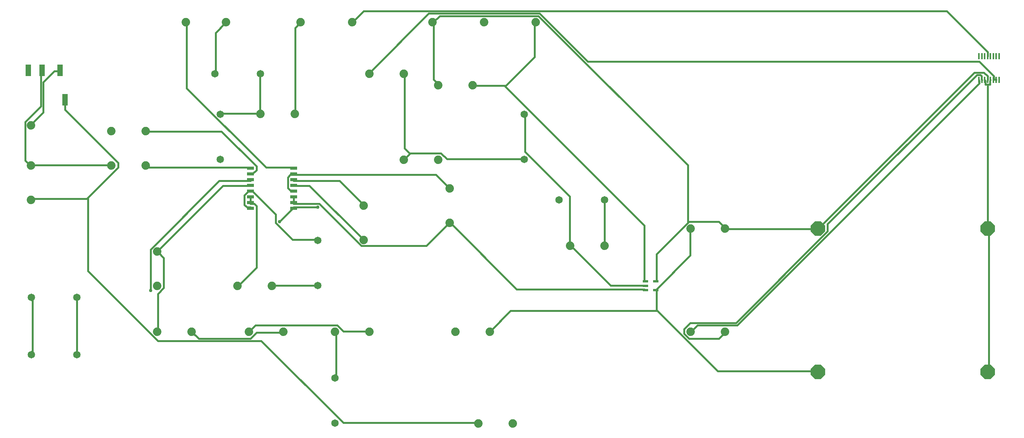
<source format=gbr>
G04 EAGLE Gerber RS-274X export*
G75*
%MOMM*%
%FSLAX34Y34*%
%LPD*%
%INTop Copper*%
%IPPOS*%
%AMOC8*
5,1,8,0,0,1.08239X$1,22.5*%
G01*
%ADD10C,1.879600*%
%ADD11C,1.651000*%
%ADD12P,3.409096X8X22.500000*%
%ADD13R,1.524000X0.762000*%
%ADD14R,0.348000X1.397000*%
%ADD15R,1.200000X2.500000*%
%ADD16R,1.211200X0.500800*%
%ADD17C,0.381000*%
%ADD18C,0.756400*%


D10*
X520700Y965200D03*
X342900Y965200D03*
D11*
X723900Y661200D03*
X723900Y761200D03*
X38900Y850900D03*
X138900Y850900D03*
X50800Y761200D03*
X50800Y661200D03*
X266700Y381800D03*
X266700Y481800D03*
X800900Y571500D03*
X900900Y571500D03*
D12*
X1374140Y190500D03*
X1750060Y190500D03*
X1374140Y508000D03*
X1750060Y508000D03*
D11*
X304800Y77000D03*
X304800Y177000D03*
D10*
X228600Y965200D03*
D13*
X117348Y641350D03*
X117348Y628650D03*
X117348Y615950D03*
X117348Y603250D03*
X117348Y590550D03*
X117348Y577850D03*
X117348Y565150D03*
X117348Y552450D03*
X212852Y552450D03*
X212852Y565150D03*
X212852Y577850D03*
X212852Y590550D03*
X212852Y603250D03*
X212852Y615950D03*
X212852Y628650D03*
X212852Y641350D03*
D14*
X1730370Y889800D03*
X1736720Y889800D03*
X1743070Y889800D03*
X1749420Y889800D03*
X1755780Y889800D03*
X1762130Y889800D03*
X1768480Y889800D03*
X1774830Y889800D03*
X1730370Y837410D03*
X1736720Y837400D03*
X1743070Y837400D03*
X1749420Y837400D03*
X1755780Y837400D03*
X1762130Y837400D03*
X1768480Y837400D03*
X1774830Y837400D03*
D15*
X-304400Y858000D03*
X-293400Y793000D03*
X-344400Y858000D03*
X-374400Y858000D03*
D10*
X-368300Y736600D03*
X63500Y965200D03*
X-25400Y965200D03*
X635000Y965200D03*
X-190500Y723900D03*
X-114300Y723900D03*
X609600Y825500D03*
X533400Y825500D03*
X304800Y279400D03*
X381000Y279400D03*
X622300Y76200D03*
X698500Y76200D03*
X558800Y596900D03*
X558800Y520700D03*
X114300Y279400D03*
X190500Y279400D03*
X-88900Y457200D03*
X-88900Y381000D03*
X-88900Y279400D03*
X-12700Y279400D03*
X381000Y850900D03*
X457200Y850900D03*
X457200Y660400D03*
X533400Y660400D03*
X215900Y762000D03*
X139700Y762000D03*
X1092200Y279400D03*
X1168400Y279400D03*
X1092200Y508000D03*
X1168400Y508000D03*
X-190500Y647700D03*
X-114300Y647700D03*
X571500Y279400D03*
X647700Y279400D03*
X368300Y558800D03*
X368300Y482600D03*
X825500Y469900D03*
X901700Y469900D03*
X88900Y381000D03*
X165100Y381000D03*
X-368300Y647700D03*
X749300Y965200D03*
X-368300Y571500D03*
D16*
X991800Y390500D03*
X991800Y381000D03*
X991800Y371500D03*
X1014800Y371500D03*
X1014800Y390500D03*
D11*
X-367500Y355600D03*
X-267500Y355600D03*
X-367500Y228600D03*
X-267500Y228600D03*
D17*
X117348Y629412D02*
X122682Y629412D01*
X130683Y637413D01*
X130683Y645414D01*
X53340Y722757D01*
X-112014Y722757D01*
X117348Y629412D02*
X117348Y628650D01*
X-112014Y722757D02*
X-114300Y723900D01*
X322707Y280035D02*
X378714Y280035D01*
X322707Y280035D02*
X309372Y293370D01*
X128016Y293370D01*
X114681Y280035D01*
X378714Y280035D02*
X381000Y279400D01*
X114681Y280035D02*
X114300Y279400D01*
X1736217Y837438D02*
X1736217Y845439D01*
X1733550Y848106D01*
X1725549Y848106D01*
X1394841Y517398D01*
X1394841Y501396D01*
X1192149Y298704D01*
X1090803Y298704D01*
X1077468Y285369D01*
X1077468Y274701D01*
X1088136Y264033D01*
X1154811Y264033D01*
X1168146Y277368D01*
X1736217Y837438D02*
X1736720Y837400D01*
X1168400Y279400D02*
X1168146Y277368D01*
X117348Y602742D02*
X56007Y602742D01*
X-88011Y458724D01*
X117348Y602742D02*
X117348Y603250D01*
X-88011Y458724D02*
X-88900Y457200D01*
X-88011Y362712D02*
X-88011Y280035D01*
X-88011Y362712D02*
X-74676Y376047D01*
X-74676Y442722D01*
X-88011Y456057D01*
X-88011Y280035D02*
X-88900Y279400D01*
X-88011Y456057D02*
X-88900Y457200D01*
X306705Y277368D02*
X306705Y178689D01*
X304800Y177000D01*
X306705Y277368D02*
X304800Y279400D01*
X1730883Y829437D02*
X1730883Y834771D01*
X1730883Y829437D02*
X1194816Y293370D01*
X1106805Y293370D01*
X1093470Y280035D01*
X1730883Y834771D02*
X1730370Y837410D01*
X1093470Y280035D02*
X1092200Y279400D01*
X117348Y565150D02*
X117348Y577850D01*
X117348Y562737D02*
X125349Y562737D01*
X130683Y557403D01*
X130683Y421386D01*
X90678Y381381D01*
X117348Y562737D02*
X117348Y565150D01*
X90678Y381381D02*
X88900Y381000D01*
X552069Y661416D02*
X722757Y661416D01*
X552069Y661416D02*
X538734Y674751D01*
X472059Y674751D01*
X470726Y673418D02*
X458724Y661416D01*
X470726Y673418D02*
X472059Y674751D01*
X722757Y661416D02*
X723900Y661200D01*
X458724Y661416D02*
X457200Y660400D01*
X458724Y685419D02*
X458724Y850773D01*
X458724Y685419D02*
X470726Y673418D01*
X458724Y850773D02*
X457200Y850900D01*
X40005Y853440D02*
X40005Y941451D01*
X61341Y962787D01*
X40005Y853440D02*
X38900Y850900D01*
X61341Y962787D02*
X63500Y965200D01*
X1762887Y837438D02*
X1768221Y837438D01*
X1768480Y837400D01*
X1762887Y837438D02*
X1762887Y845439D01*
X1730883Y877443D01*
X864108Y877443D01*
X757428Y984123D01*
X512064Y984123D01*
X381381Y853440D01*
X1762130Y837400D02*
X1762887Y837438D01*
X381381Y853440D02*
X381000Y850900D01*
X216027Y762762D02*
X216027Y952119D01*
X226695Y962787D01*
X216027Y762762D02*
X215900Y762000D01*
X226695Y962787D02*
X228600Y965200D01*
X-266700Y354711D02*
X-266700Y229362D01*
X-267500Y228600D01*
X-266700Y354711D02*
X-267500Y355600D01*
X109347Y554736D02*
X117348Y554736D01*
X109347Y554736D02*
X104013Y560070D01*
X104013Y581406D01*
X112014Y589407D01*
X117348Y589407D01*
X117348Y554736D02*
X117348Y552450D01*
X117348Y589407D02*
X122682Y589407D01*
X173355Y538734D01*
X173355Y520065D01*
X210693Y482727D01*
X266700Y482727D01*
X117348Y589407D02*
X117348Y590550D01*
X266700Y482727D02*
X266700Y481800D01*
X1744218Y826770D02*
X1744218Y834771D01*
X1749552Y826770D02*
X1754886Y826770D01*
X1749552Y826770D02*
X1744218Y826770D01*
X1754886Y826770D02*
X1754886Y834771D01*
X1744218Y834771D02*
X1743070Y837400D01*
X1754886Y834771D02*
X1755780Y837400D01*
X1749552Y826770D02*
X1749552Y509397D01*
X1750060Y508000D01*
X1752219Y506730D02*
X1752219Y192024D01*
X1750060Y190500D01*
X1752219Y506730D02*
X1750060Y508000D01*
X989457Y381381D02*
X914781Y381381D01*
X826770Y469392D01*
X989457Y381381D02*
X991800Y381000D01*
X826770Y469392D02*
X825500Y469900D01*
X725424Y677418D02*
X725424Y760095D01*
X725424Y677418D02*
X824103Y578739D01*
X824103Y472059D01*
X725424Y760095D02*
X723900Y761200D01*
X824103Y472059D02*
X825500Y469900D01*
X1016127Y450723D02*
X1016127Y392049D01*
X1086803Y521399D02*
X1088136Y522732D01*
X1086803Y521399D02*
X1016127Y450723D01*
X1088136Y522732D02*
X1154811Y522732D01*
X1168146Y509397D01*
X1016127Y392049D02*
X1014800Y390500D01*
X1168400Y508000D02*
X1168146Y509397D01*
X1749552Y837438D02*
X1749552Y845439D01*
X1741551Y853440D01*
X1720215Y853440D01*
X1376172Y509397D01*
X1749420Y837400D02*
X1749552Y837438D01*
X1376172Y509397D02*
X1374140Y508000D01*
X1373505Y506730D02*
X1170813Y506730D01*
X1168400Y508000D01*
X1373505Y506730D02*
X1374140Y508000D01*
X-365379Y354711D02*
X-365379Y229362D01*
X-367500Y228600D01*
X-365379Y354711D02*
X-367500Y355600D01*
X213360Y554736D02*
X266700Y554736D01*
X213360Y554736D02*
X212852Y552450D01*
X522732Y837438D02*
X522732Y962787D01*
X522732Y837438D02*
X533400Y826770D01*
X522732Y962787D02*
X520700Y965200D01*
X533400Y826770D02*
X533400Y825500D01*
X210693Y552069D02*
X181356Y522732D01*
X210693Y552069D02*
X212852Y552450D01*
X1085469Y522732D02*
X1085469Y648081D01*
X754761Y978789D01*
X536067Y978789D01*
X522732Y965454D01*
X1085469Y522732D02*
X1086803Y521399D01*
X522732Y965454D02*
X520700Y965200D01*
D18*
X266700Y554736D03*
X181356Y522732D03*
D17*
X1749552Y890778D02*
X1749552Y898779D01*
X1658874Y989457D01*
X368046Y989457D01*
X344043Y965454D01*
X1749420Y889800D02*
X1749552Y890778D01*
X344043Y965454D02*
X342900Y965200D01*
X117348Y642747D02*
X-109347Y642747D01*
X-114300Y647700D01*
X117348Y642747D02*
X117348Y641350D01*
X989457Y514731D02*
X989457Y392049D01*
X681419Y822770D02*
X680085Y824103D01*
X681419Y822770D02*
X989457Y514731D01*
X680085Y824103D02*
X610743Y824103D01*
X989457Y392049D02*
X991800Y390500D01*
X610743Y824103D02*
X609600Y825500D01*
X746760Y888111D02*
X746760Y962787D01*
X746760Y888111D02*
X681419Y822770D01*
X746760Y962787D02*
X749300Y965200D01*
X117348Y613410D02*
X48006Y613410D01*
X-104013Y461391D01*
X-104013Y370713D01*
X117348Y613410D02*
X117348Y615950D01*
X130683Y277368D02*
X189357Y277368D01*
X130683Y277368D02*
X117348Y264033D01*
X2667Y264033D01*
X-12700Y279400D01*
X189357Y277368D02*
X190500Y279400D01*
D18*
X-104013Y370713D03*
D17*
X53340Y762762D02*
X138684Y762762D01*
X53340Y762762D02*
X50800Y761200D01*
X138684Y762762D02*
X138684Y850773D01*
X138900Y850900D01*
X138684Y762762D02*
X139700Y762000D01*
X165354Y381381D02*
X266700Y381381D01*
X266700Y381800D01*
X165354Y381381D02*
X165100Y381000D01*
X901446Y472059D02*
X901446Y570738D01*
X900900Y571500D01*
X901446Y472059D02*
X901700Y469900D01*
X314706Y613410D02*
X213360Y613410D01*
X314706Y613410D02*
X368046Y560070D01*
X213360Y613410D02*
X212852Y615950D01*
X368046Y560070D02*
X368300Y558800D01*
X248031Y602742D02*
X213360Y602742D01*
X248031Y602742D02*
X368046Y482727D01*
X213360Y602742D02*
X212852Y603250D01*
X368046Y482727D02*
X368300Y482600D01*
X213360Y565404D02*
X213360Y576072D01*
X213360Y565404D02*
X212852Y565150D01*
X213360Y576072D02*
X212852Y577850D01*
X706755Y373380D02*
X989457Y373380D01*
X706755Y373380D02*
X560070Y520065D01*
X989457Y373380D02*
X991800Y371500D01*
X560070Y520065D02*
X558800Y520700D01*
X269367Y562737D02*
X213360Y562737D01*
X269367Y562737D02*
X362712Y469392D01*
X506730Y469392D01*
X557403Y520065D01*
X213360Y562737D02*
X212852Y565150D01*
X557403Y520065D02*
X558800Y520700D01*
X1016127Y373380D02*
X1090803Y448056D01*
X1090803Y506730D01*
X1016127Y373380D02*
X1014800Y371500D01*
X1090803Y506730D02*
X1092200Y508000D01*
X1152144Y192024D02*
X1373505Y192024D01*
X1017461Y326708D02*
X1016127Y328041D01*
X1017461Y326708D02*
X1152144Y192024D01*
X1016127Y328041D02*
X1016127Y370713D01*
X1373505Y192024D02*
X1374140Y190500D01*
X1016127Y370713D02*
X1014800Y371500D01*
X210693Y592074D02*
X205359Y592074D01*
X200025Y597408D01*
X200025Y621411D01*
X205359Y626745D01*
X210693Y626745D01*
X210693Y592074D02*
X212852Y590550D01*
X210693Y626745D02*
X212852Y628650D01*
X213360Y626745D02*
X528066Y626745D01*
X557403Y597408D01*
X213360Y626745D02*
X212852Y628650D01*
X557403Y597408D02*
X558800Y596900D01*
X693420Y325374D02*
X1016127Y325374D01*
X693420Y325374D02*
X648081Y280035D01*
X1016127Y325374D02*
X1017461Y326708D01*
X648081Y280035D02*
X647700Y279400D01*
X210693Y642747D02*
X152019Y642747D01*
X-24003Y818769D01*
X-24003Y962787D01*
X210693Y642747D02*
X212852Y641350D01*
X-24003Y962787D02*
X-25400Y965200D01*
X-293370Y792099D02*
X-293370Y770763D01*
X-176022Y653415D01*
X-176022Y642747D01*
X-244031Y574739D02*
X-245364Y573405D01*
X-244031Y574739D02*
X-176022Y642747D01*
X-245364Y573405D02*
X-368046Y573405D01*
X-293370Y792099D02*
X-293400Y793000D01*
X-368046Y573405D02*
X-368300Y571500D01*
X322707Y77343D02*
X621411Y77343D01*
X322707Y77343D02*
X141351Y258699D01*
X-88011Y258699D01*
X-242697Y413385D01*
X-242697Y573405D01*
X621411Y77343D02*
X622300Y76200D01*
X-242697Y573405D02*
X-244031Y574739D01*
X-346710Y778764D02*
X-346710Y856107D01*
X-346710Y778764D02*
X-381381Y744093D01*
X-381381Y658749D01*
X-370713Y648081D01*
X-346710Y856107D02*
X-344400Y858000D01*
X-370713Y648081D02*
X-368300Y647700D01*
X-368046Y648081D02*
X-192024Y648081D01*
X-190500Y647700D01*
X-368046Y648081D02*
X-368300Y647700D01*
X-317373Y856107D02*
X-306705Y856107D01*
X-317373Y856107D02*
X-341376Y832104D01*
X-341376Y765429D01*
X-368046Y738759D01*
X-306705Y856107D02*
X-304400Y858000D01*
X-368046Y738759D02*
X-368300Y736600D01*
M02*

</source>
